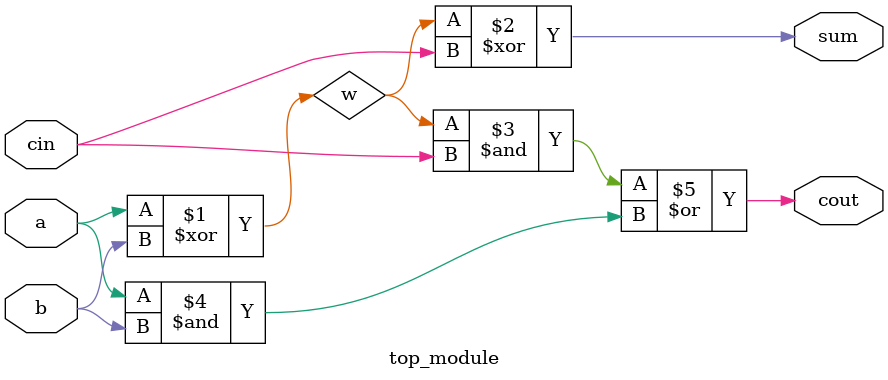
<source format=v>
module top_module( 
    input a, b, cin,
    output cout, sum 
);

    wire w=a^b;
	
	assign sum = w ^ cin;
    assign cout = (w & cin) | (a & b);
	
endmodule
</source>
